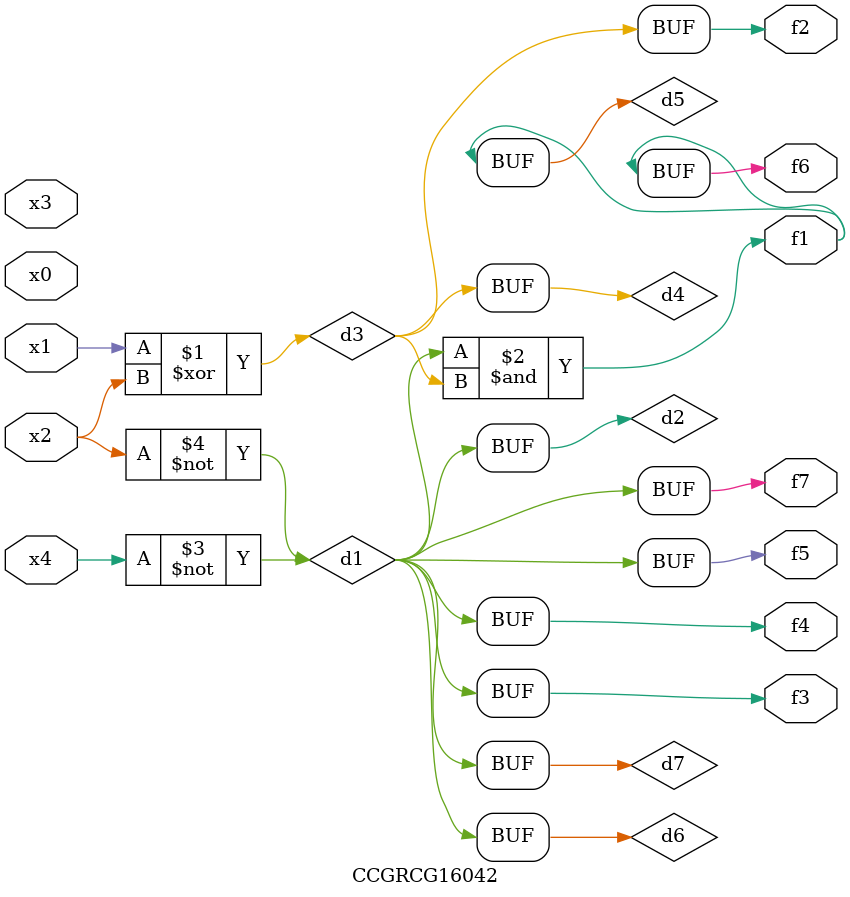
<source format=v>
module CCGRCG16042(
	input x0, x1, x2, x3, x4,
	output f1, f2, f3, f4, f5, f6, f7
);

	wire d1, d2, d3, d4, d5, d6, d7;

	not (d1, x4);
	not (d2, x2);
	xor (d3, x1, x2);
	buf (d4, d3);
	and (d5, d1, d3);
	buf (d6, d1, d2);
	buf (d7, d2);
	assign f1 = d5;
	assign f2 = d4;
	assign f3 = d7;
	assign f4 = d7;
	assign f5 = d7;
	assign f6 = d5;
	assign f7 = d7;
endmodule

</source>
